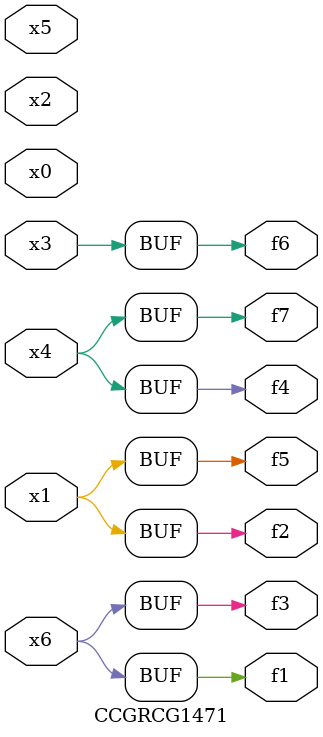
<source format=v>
module CCGRCG1471(
	input x0, x1, x2, x3, x4, x5, x6,
	output f1, f2, f3, f4, f5, f6, f7
);
	assign f1 = x6;
	assign f2 = x1;
	assign f3 = x6;
	assign f4 = x4;
	assign f5 = x1;
	assign f6 = x3;
	assign f7 = x4;
endmodule

</source>
